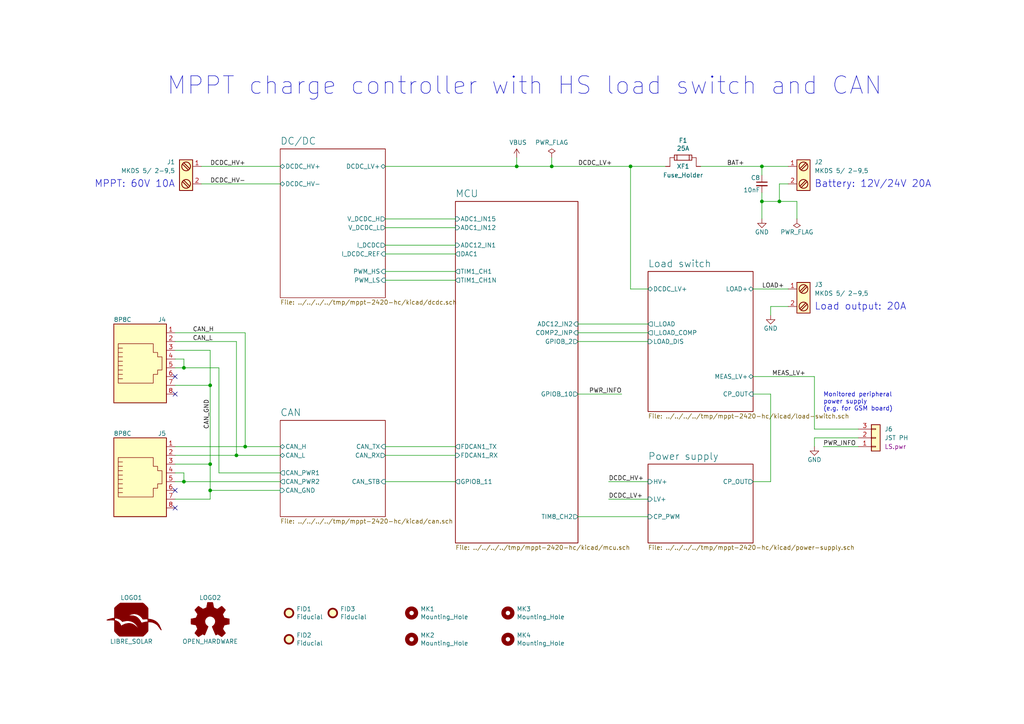
<source format=kicad_sch>
(kicad_sch (version 20230121) (generator eeschema)
  (paper "A4")
  (title_block (title "MPPT 2420 HC") (date "2021-01-06") (rev "0.2.3") (company "Copyright © 2020 Libre Solar Technologies GmbH") (comment 1 "Licensed under CERN-OHL-W version 2") (comment 2 "Author: Martin Jäger"))
  (lib_symbols
    (symbol "Connector:8P8C" (pin_names (offset 1.016))
      (property "Reference" "J" (at -5.08 13.97 0))
      (property "Value" "8P8C" (at 2.54 13.97 0))
      (symbol "8P8C_1_1"
        (pin passive line (at 10.16 -7.62 180) (length 2.54) (name "~") (number "1"))
        (pin passive line (at 10.16 -5.08 180) (length 2.54) (name "~") (number "2"))
        (pin passive line (at 10.16 -2.54 180) (length 2.54) (name "~") (number "3"))
        (pin passive line (at 10.16 0 180) (length 2.54) (name "~") (number "4"))
        (pin passive line (at 10.16 2.54 180) (length 2.54) (name "~") (number "5"))
        (pin passive line (at 10.16 5.08 180) (length 2.54) (name "~") (number "6"))
        (pin passive line (at 10.16 7.62 180) (length 2.54) (name "~") (number "7"))
        (pin passive line (at 10.16 10.16 180) (length 2.54) (name "~") (number "8"))
      )
    )
    (symbol "Connector_Generic:Conn_01x03" (pin_names (offset 1.016) hide)
      (property "Reference" "J" (at 0 5.08 0))
      (property "Value" "Conn_01x03" (at 0 -5.08 0))
      (symbol "Conn_01x03_1_1"
        (pin passive line (at -5.08 2.54 0) (length 3.81) (name "Pin_1") (number "1"))
        (pin passive line (at -5.08 0 0) (length 3.81) (name "Pin_2") (number "2"))
        (pin passive line (at -5.08 -2.54 0) (length 3.81) (name "Pin_3") (number "3"))
      )
    )
    (symbol "Graphic:Logo_Open_Hardware_Small" (in_bom no) (on_board no))
    (symbol "Mechanical:Fiducial"
      (property "Reference" "FID" (at 0 5.08 0))
      (property "Value" "Fiducial" (at 0 3.175 0))
    )
    (symbol "Mechanical:MountingHole" (pin_names (offset 1.016))
      (property "Reference" "H" (at 0 5.08 0))
      (property "Value" "MountingHole" (at 0 3.175 0))
    )
    (symbol "Project:C" (pin_numbers hide) (pin_names (offset 0.254) hide)
      (property "Reference" "C" (at 0.635 1.905 0))
      (property "Value" "C" (at 0.635 -1.905 0))
      (symbol "C_1_1"
        (pin passive line (at 0 2.54 270) (length 1.905) (name "~") (number "1"))
        (pin passive line (at 0 -2.54 90) (length 2.032) (name "~") (number "2"))
      )
    )
    (symbol "Project:LibreSolar_Logo" (pin_numbers hide) (pin_names (offset 1.016) hide)
      (property "Reference" "LOGO" (at 0 6.985 0))
      (property "Value" "LibreSolar_Logo" (at 0 -5.715 0))
    )
    (symbol "Project:Screw_Terminal_1x02" (pin_names (offset 0.762) hide)
      (property "Reference" "J" (at 0 6.35 0))
      (property "Value" "Screw_Terminal_1x02" (at -3.81 0 90))
      (symbol "Screw_Terminal_1x02_1_1"
        (pin passive line (at 5.08 2.54 180) (length 2.54) (name "~") (number "1"))
        (pin passive line (at 5.08 -2.54 180) (length 2.54) (name "~") (number "2"))
      )
    )
    (symbol "mppt-2420-hc-rescue:Fuse_Holder-LibreSolar" (pin_numbers hide) (pin_names (offset 0.254) hide)
      (property "Reference" "XF" (at 0 1.905 0))
      (property "Value" "LibreSolar_Fuse_Holder" (at 0 -1.905 0))
      (symbol "Fuse_Holder-LibreSolar_1_1"
        (pin passive line (at -5.08 0 0) (length 1.27) (name "~") (number "1"))
        (pin passive line (at 5.08 0 180) (length 1.27) (name "~") (number "2"))
      )
    )
    (symbol "mppt-2420-hc-rescue:Fuse_PlugIn-LibreSolar" (pin_numbers hide) (pin_names (offset 0.254) hide)
      (property "Reference" "F" (at 0 1.905 0))
      (property "Value" "LibreSolar_Fuse_PlugIn" (at 0 -1.905 0))
    )
    (symbol "power:GND" (power) (pin_names (offset 0))
      (property "Value" "GND" (at 0 -3.81 0))
      (symbol "GND_1_1"
        (pin power_in line (at 0 0 270) (length 0) hide (name "GND") (number "1"))
      )
    )
    (symbol "power:PWR_FLAG" (power) (pin_numbers hide) (pin_names (offset 0) hide)
      (property "Value" "PWR_FLAG" (at 0 3.81 0))
      (symbol "PWR_FLAG_0_0"
        (pin power_out line (at 0 0 90) (length 0) (name "pwr") (number "1"))
      )
    )
    (symbol "power:VBUS" (power) (pin_names (offset 0))
      (property "Value" "VBUS" (at 0 3.81 0))
      (symbol "VBUS_1_1"
        (pin power_in line (at 0 0 90) (length 0) hide (name "VBUS") (number "1"))
      )
    )
  )
  (junction (at 182.88 48.26))
  (junction (at 68.58 132.08))
  (junction (at 71.12 129.54))
  (junction (at 220.98 48.26))
  (junction (at 220.98 58.42))
  (junction (at 60.96 142.24))
  (junction (at 149.86 48.26))
  (junction (at 160.02 48.26))
  (junction (at 60.96 111.76))
  (junction (at 226.06 58.42))
  (junction (at 53.34 139.7))
  (junction (at 60.96 134.62))
  (junction (at 53.34 106.68))
  (no_connect (at 50.8 114.3))
  (no_connect (at 50.8 109.22))
  (no_connect (at 50.8 147.32))
  (no_connect (at 50.8 142.24))
  (wire (pts (xy 63.5 137.16) (xy 63.5 106.68)))
  (wire (pts (xy 71.12 129.54) (xy 71.12 96.52)))
  (wire (pts (xy 81.28 129.54) (xy 71.12 129.54)))
  (wire (pts (xy 182.88 83.82) (xy 187.96 83.82)))
  (wire (pts (xy 236.22 124.46) (xy 236.22 109.22)))
  (wire (pts (xy 218.44 83.82) (xy 228.6 83.82)))
  (wire (pts (xy 187.96 139.7) (xy 176.53 139.7)))
  (wire (pts (xy 228.6 48.26) (xy 220.98 48.26)))
  (wire (pts (xy 149.86 45.72) (xy 149.86 48.26)))
  (wire (pts (xy 111.76 71.12) (xy 132.08 71.12)))
  (wire (pts (xy 50.8 111.76) (xy 60.96 111.76)))
  (wire (pts (xy 231.14 63.5) (xy 231.14 58.42)))
  (wire (pts (xy 248.92 127) (xy 236.22 127)))
  (wire (pts (xy 50.8 104.14) (xy 53.34 104.14)))
  (wire (pts (xy 81.28 142.24) (xy 60.96 142.24)))
  (wire (pts (xy 132.08 81.28) (xy 111.76 81.28)))
  (wire (pts (xy 223.52 139.7) (xy 223.52 114.3)))
  (wire (pts (xy 111.76 129.54) (xy 132.08 129.54)))
  (wire (pts (xy 58.42 48.26) (xy 81.28 48.26)))
  (wire (pts (xy 132.08 63.5) (xy 111.76 63.5)))
  (wire (pts (xy 187.96 99.06) (xy 167.64 99.06)))
  (wire (pts (xy 187.96 96.52) (xy 167.64 96.52)))
  (wire (pts (xy 58.42 53.34) (xy 81.28 53.34)))
  (wire (pts (xy 228.6 88.9) (xy 223.52 88.9)))
  (wire (pts (xy 167.64 114.3) (xy 180.34 114.3)))
  (wire (pts (xy 50.8 137.16) (xy 53.34 137.16)))
  (wire (pts (xy 218.44 109.22) (xy 236.22 109.22)))
  (wire (pts (xy 81.28 137.16) (xy 63.5 137.16)))
  (wire (pts (xy 187.96 149.86) (xy 167.64 149.86)))
  (wire (pts (xy 111.76 139.7) (xy 132.08 139.7)))
  (wire (pts (xy 50.8 106.68) (xy 53.34 106.68)))
  (wire (pts (xy 50.8 101.6) (xy 60.96 101.6)))
  (wire (pts (xy 187.96 93.98) (xy 167.64 93.98)))
  (wire (pts (xy 68.58 99.06) (xy 68.58 132.08)))
  (wire (pts (xy 53.34 139.7) (xy 81.28 139.7)))
  (wire (pts (xy 220.98 55.88) (xy 220.98 58.42)))
  (wire (pts (xy 236.22 127) (xy 236.22 129.54)))
  (wire (pts (xy 60.96 142.24) (xy 60.96 144.78)))
  (wire (pts (xy 220.98 58.42) (xy 220.98 63.5)))
  (wire (pts (xy 60.96 111.76) (xy 60.96 101.6)))
  (wire (pts (xy 60.96 142.24) (xy 60.96 134.62)))
  (wire (pts (xy 53.34 137.16) (xy 53.34 139.7)))
  (wire (pts (xy 149.86 48.26) (xy 160.02 48.26)))
  (wire (pts (xy 111.76 78.74) (xy 132.08 78.74)))
  (wire (pts (xy 50.8 139.7) (xy 53.34 139.7)))
  (wire (pts (xy 60.96 134.62) (xy 60.96 111.76)))
  (wire (pts (xy 111.76 66.04) (xy 132.08 66.04)))
  (wire (pts (xy 132.08 73.66) (xy 111.76 73.66)))
  (wire (pts (xy 68.58 132.08) (xy 81.28 132.08)))
  (wire (pts (xy 111.76 48.26) (xy 149.86 48.26)))
  (wire (pts (xy 193.04 48.26) (xy 182.88 48.26)))
  (wire (pts (xy 226.06 58.42) (xy 220.98 58.42)))
  (wire (pts (xy 228.6 53.34) (xy 226.06 53.34)))
  (wire (pts (xy 236.22 124.46) (xy 248.92 124.46)))
  (wire (pts (xy 50.8 144.78) (xy 60.96 144.78)))
  (wire (pts (xy 50.8 99.06) (xy 68.58 99.06)))
  (wire (pts (xy 160.02 48.26) (xy 182.88 48.26)))
  (wire (pts (xy 182.88 48.26) (xy 182.88 83.82)))
  (wire (pts (xy 231.14 58.42) (xy 226.06 58.42)))
  (wire (pts (xy 53.34 106.68) (xy 63.5 106.68)))
  (wire (pts (xy 226.06 53.34) (xy 226.06 58.42)))
  (wire (pts (xy 50.8 132.08) (xy 68.58 132.08)))
  (wire (pts (xy 50.8 134.62) (xy 60.96 134.62)))
  (wire (pts (xy 50.8 129.54) (xy 71.12 129.54)))
  (wire (pts (xy 111.76 132.08) (xy 132.08 132.08)))
  (wire (pts (xy 248.92 129.54) (xy 238.76 129.54)))
  (wire (pts (xy 218.44 139.7) (xy 223.52 139.7)))
  (wire (pts (xy 223.52 88.9) (xy 223.52 91.44)))
  (wire (pts (xy 203.2 48.26) (xy 220.98 48.26)))
  (wire (pts (xy 53.34 104.14) (xy 53.34 106.68)))
  (wire (pts (xy 50.8 96.52) (xy 71.12 96.52)))
  (wire (pts (xy 223.52 114.3) (xy 218.44 114.3)))
  (wire (pts (xy 220.98 50.8) (xy 220.98 48.26)))
  (wire (pts (xy 187.96 144.78) (xy 176.53 144.78)))
  (wire (pts (xy 160.02 45.72) (xy 160.02 48.26)))
  (text "MPPT: 60V 10A" (at 50.8 54.61 0) (effects (font (size 2.032 2.032)) (justify right bottom)))
  (text "Monitored peripheral \npower supply\n(e.g. for GSM board)" (at 238.76 119.38 0) (effects (font (size 1.27 1.27)) (justify left bottom)))
  (text "MPPT charge controller with HS load switch and CAN" (at 48.26 27.94 0) (effects (font (size 5.08 5.08)) (justify left bottom)))
  (text "Load output: 20A" (at 236.22 90.17 0) (effects (font (size 2.032 2.032)) (justify left bottom)))
  (text "Battery: 12V/24V 20A" (at 236.22 54.61 0) (effects (font (size 2.032 2.032)) (justify left bottom)))
  (label "PWR_INFO" (at 180.34 114.3 180))
  (label "PWR_INFO" (at 238.76 129.54 0))
  (label "CAN_GND" (at 60.96 124.46 90))
  (label "DCDC_HV+" (at 176.53 139.7 0))
  (label "MEAS_LV+" (at 233.68 109.22 180))
  (label "DCDC_HV+" (at 60.96 48.26 0))
  (label "CAN_H" (at 55.88 96.52 0))
  (label "DCDC_LV+" (at 176.53 144.78 0))
  (label "LOAD+" (at 220.98 83.82 0))
  (label "DCDC_LV+" (at 167.64 48.26 0))
  (label "BAT+" (at 210.82 48.26 0))
  (label "DCDC_HV-" (at 60.96 53.34 0))
  (label "CAN_L" (at 55.88 99.06 0))
  (symbol (lib_id "Graphic:Logo_Open_Hardware_Small") (at 60.96 180.34 0) (unit 1)
    (property "Reference" "LOGO2" (at 60.96 173.355 0))
    (property "Value" "OPEN_HARDWARE" (at 60.96 186.055 0))
    (property "Footprint" "Symbol:OSHW-Logo_5.7x6mm_SilkScreen" (effects hide))
    (property "Config" "+info" (effects hide))
  )
  (symbol (lib_id "Project:LibreSolar_Logo") (at 38.1 180.34 0) (unit 1)
    (property "Reference" "LOGO1" (at 38.1 173.355 0))
    (property "Value" "LIBRE_SOLAR" (at 38.1 186.055 0))
    (property "Footprint" "LibreSolar:LIBRESOLAR_LOGO" (effects hide))
    (property "Config" "+info" (effects hide))
  )
  (symbol (lib_id "Mechanical:MountingHole") (at 119.38 177.8 0) (unit 1)
    (property "Reference" "MK1" (at 121.92 176.6316 0) (effects (justify left)))
    (property "Value" "Mounting_Hole" (at 121.92 178.943 0) (effects (justify left)))
    (property "Footprint" "MountingHole:MountingHole_3.2mm_M3" (effects hide))
    (property "Config" "+info" (effects hide))
  )
  (symbol (lib_id "Mechanical:MountingHole") (at 119.38 185.42 0) (unit 1)
    (property "Reference" "MK2" (at 121.92 184.2516 0) (effects (justify left)))
    (property "Value" "Mounting_Hole" (at 121.92 186.563 0) (effects (justify left)))
    (property "Footprint" "MountingHole:MountingHole_3.2mm_M3" (effects hide))
    (property "Config" "+info" (effects hide))
  )
  (symbol (lib_id "Mechanical:MountingHole") (at 147.32 177.8 0) (unit 1)
    (property "Reference" "MK3" (at 149.86 176.6316 0) (effects (justify left)))
    (property "Value" "Mounting_Hole" (at 149.86 178.943 0) (effects (justify left)))
    (property "Footprint" "MountingHole:MountingHole_3.2mm_M3" (effects hide))
    (property "Config" "+info" (effects hide))
  )
  (symbol (lib_id "Project:Screw_Terminal_1x02") (at 53.34 50.8 0) (unit 1)
    (property "Reference" "J1" (at 50.8 46.99 0) (effects (justify right)))
    (property "Value" "MKDS 5/ 2-9,5" (at 50.8 49.53 0) (effects (justify right)))
    (property "Footprint" "LibreSolar:Phoenix_Contact_MKDS_5-2-9,5" (effects hide))
    (property "Manufacturer" "Phoenix Contact" (effects hide))
    (property "PartNumber" "1714971" (effects hide))
    (property "Remarks" "Alternative: DECA MB910-952M" (effects hide))
  )
  (symbol (lib_id "Project:Screw_Terminal_1x02") (at 233.68 50.8 0) (mirror y) (unit 1)
    (property "Reference" "J2" (at 236.22 46.99 0) (effects (justify right)))
    (property "Value" "MKDS 5/ 2-9,5" (at 236.22 49.53 0) (effects (justify right)))
    (property "Footprint" "LibreSolar:Phoenix_Contact_MKDS_5-2-9,5" (effects hide))
    (property "Manufacturer" "Phoenix Contact" (effects hide))
    (property "PartNumber" "1714971" (effects hide))
    (property "Remarks" "Alternative: DECA MB910-952M" (effects hide))
  )
  (symbol (lib_id "Project:Screw_Terminal_1x02") (at 233.68 86.36 0) (mirror y) (unit 1)
    (property "Reference" "J3" (at 236.22 82.55 0) (effects (justify right)))
    (property "Value" "MKDS 5/ 2-9,5" (at 236.22 85.09 0) (effects (justify right)))
    (property "Footprint" "LibreSolar:Phoenix_Contact_MKDS_5-2-9,5" (effects hide))
    (property "Manufacturer" "Phoenix Contact" (effects hide))
    (property "PartNumber" "1714971" (effects hide))
    (property "Remarks" "Alternative: DECA MB910-952M" (effects hide))
  )
  (symbol (lib_id "power:GND") (at 236.22 129.54 0) (mirror y) (unit 1)
    (property "Reference" "#PWR05" (effects hide))
    (property "Value" "GND" (at 236.22 133.35 0))
  )
  (symbol (lib_id "Mechanical:Fiducial") (at 83.82 177.8 0) (unit 1)
    (property "Reference" "FID1" (at 85.979 176.6316 0) (effects (justify left)))
    (property "Value" "Fiducial" (at 85.979 178.943 0) (effects (justify left)))
    (property "Footprint" "LibreSolar:Fiducial_0.7mm" (effects hide))
    (property "Config" "+info" (effects hide))
  )
  (symbol (lib_id "Mechanical:Fiducial") (at 83.82 185.42 0) (unit 1)
    (property "Reference" "FID2" (at 85.979 184.2516 0) (effects (justify left)))
    (property "Value" "Fiducial" (at 85.979 186.563 0) (effects (justify left)))
    (property "Footprint" "LibreSolar:Fiducial_0.7mm" (effects hide))
    (property "Config" "+info" (effects hide))
  )
  (symbol (lib_id "Project:C") (at 220.98 53.34 0) (mirror y) (unit 1)
    (property "Reference" "C8" (at 220.472 51.562 0) (effects (justify left)))
    (property "Value" "10nF" (at 220.472 55.118 0) (effects (justify left)))
    (property "Footprint" "LibreSolar:C_0603_1608" (effects hide))
    (property "Manufacturer" "any" (effects hide))
    (property "Remarks" "100V, X7R" (effects hide))
  )
  (symbol (lib_id "mppt-2420-hc-rescue:Fuse_PlugIn-LibreSolar") (at 198.12 45.72 0) (unit 1)
    (property "Reference" "F1" (at 198.12 40.7416 0))
    (property "Value" "25A" (at 198.12 43.053 0))
    (property "Footprint" "LibreSolar:NULL" (effects hide))
    (property "Manufacturer" "Littelfuse" (effects hide))
    (property "PartNumber" "0287025.PXCN" (effects hide))
  )
  (symbol (lib_id "power:GND") (at 220.98 63.5 0) (unit 1)
    (property "Reference" "#PWR04" (effects hide))
    (property "Value" "GND" (at 220.98 67.31 0))
  )
  (symbol (lib_id "Mechanical:MountingHole") (at 147.32 185.42 0) (unit 1)
    (property "Reference" "MK4" (at 149.86 184.2516 0) (effects (justify left)))
    (property "Value" "Mounting_Hole" (at 149.86 186.563 0) (effects (justify left)))
    (property "Footprint" "MountingHole:MountingHole_3.2mm_M3" (effects hide))
    (property "Config" "+info" (effects hide))
  )
  (symbol (lib_id "Connector_Generic:Conn_01x03") (at 254 127 0) (mirror x) (unit 1)
    (property "Reference" "J6" (at 256.54 124.46 0) (effects (justify left)))
    (property "Value" "JST PH" (at 256.54 127 0) (effects (justify left)))
    (property "Footprint" "Connector_JST:JST_PH_B3B-PH-K_1x03_P2.00mm_Vertical" (effects hide))
    (property "Remarks" "LS.pwr" (at 256.54 129.54 0) (effects (justify left)))
    (property "Manufacturer" "JST" (effects hide))
    (property "PartNumber" "PH B3B-PH-K 1x3, pitch 2.0mm" (effects hide))
  )
  (symbol (lib_id "power:VBUS") (at 149.86 45.72 0) (unit 1)
    (property "Reference" "#PWR0116" (effects hide))
    (property "Value" "VBUS" (at 150.241 41.3258 0))
  )
  (symbol (lib_id "power:PWR_FLAG") (at 160.02 45.72 0) (unit 1)
    (property "Reference" "#FLG0102" (effects hide))
    (property "Value" "PWR_FLAG" (at 160.02 41.3258 0))
  )
  (symbol (lib_id "Connector:8P8C") (at 40.64 137.16 0) (mirror x) (unit 1)
    (property "Reference" "J5" (at 46.99 125.73 0))
    (property "Value" "8P8C" (at 35.56 125.73 0))
    (property "Footprint" "LibreSolar:RJ45_8P8C" (effects hide))
    (property "Config" "+can" (effects hide))
    (property "Manufacturer" "Amphenol FCI" (effects hide))
    (property "PartNumber" "54602-908LF" (effects hide))
  )
  (symbol (lib_id "Connector:8P8C") (at 40.64 104.14 0) (mirror x) (unit 1)
    (property "Reference" "J4" (at 46.99 92.71 0))
    (property "Value" "8P8C" (at 35.56 92.71 0))
    (property "Footprint" "LibreSolar:RJ45_8P8C" (effects hide))
    (property "Config" "+can" (effects hide))
    (property "Manufacturer" "Amphenol FCI" (effects hide))
    (property "PartNumber" "54602-908LF" (effects hide))
  )
  (symbol (lib_id "mppt-2420-hc-rescue:Fuse_Holder-LibreSolar") (at 198.12 48.26 0) (unit 1)
    (property "Reference" "XF1" (at 198.12 48.26 0))
    (property "Value" "Fuse_Holder" (at 198.12 50.8 0))
    (property "Footprint" "LibreSolar:Keystone-Fuse-3557-2" (effects hide))
    (property "Manufacturer" "Keystone" (effects hide))
    (property "PartNumber" "3557-2" (effects hide))
  )
  (symbol (lib_id "power:GND") (at 223.52 91.44 0) (unit 1)
    (property "Reference" "#PWR0114" (effects hide))
    (property "Value" "GND" (at 223.52 95.25 0))
  )
  (symbol (lib_id "power:PWR_FLAG") (at 231.14 63.5 180) (unit 1)
    (property "Reference" "#FLG0104" (effects hide))
    (property "Value" "PWR_FLAG" (at 231.14 67.31 0))
  )
  (symbol (lib_id "Mechanical:Fiducial") (at 96.52 177.8 0) (unit 1)
    (property "Reference" "FID3" (at 98.679 176.6316 0) (effects (justify left)))
    (property "Value" "Fiducial" (at 98.679 178.943 0) (effects (justify left)))
    (property "Footprint" "LibreSolar:Fiducial_0.7mm" (effects hide))
    (property "Config" "+info" (effects hide))
  )
  (sheet (at 81.28 43.18) (size 30.48 43.18)
    (property "Sheetname" "DC/DC" (at 81.28 42.0874 0) (effects (font (size 2.032 2.032)) (justify left bottom)))
    (property "Sheetfile" "../../../../tmp/mppt-2420-hc/kicad/dcdc.sch" (at 81.28 86.9446 0) (effects (justify left top)))
    (pin "V_DCDC_H" output (at 111.76 63.5 0))
    (pin "V_DCDC_L" output (at 111.76 66.04 0))
    (pin "I_DCDC" output (at 111.76 71.12 0))
    (pin "DCDC_HV+" bidirectional (at 81.28 48.26 180))
    (pin "DCDC_HV-" bidirectional (at 81.28 53.34 180))
    (pin "DCDC_LV+" bidirectional (at 111.76 48.26 0))
    (pin "PWM_HS" input (at 111.76 78.74 0))
    (pin "PWM_LS" input (at 111.76 81.28 0))
    (pin "I_DCDC_REF" input (at 111.76 73.66 0))
  )
  (sheet (at 132.08 58.42) (size 35.56 99.06)
    (property "Sheetname" "MCU" (at 132.08 57.3274 0) (effects (font (size 2.032 2.032)) (justify left bottom)))
    (property "Sheetfile" "../../../../tmp/mppt-2420-hc/kicad/mcu.sch" (at 132.08 158.0646 0) (effects (justify left top)))
    (pin "TIM1_CH1" output (at 132.08 78.74 180))
    (pin "TIM1_CH1N" output (at 132.08 81.28 180))
    (pin "DAC1" output (at 132.08 73.66 180))
    (pin "ADC1_IN15" input (at 132.08 63.5 180))
    (pin "ADC1_IN12" input (at 132.08 66.04 180))
    (pin "FDCAN1_RX" input (at 132.08 132.08 180))
    (pin "FDCAN1_TX" output (at 132.08 129.54 180))
    (pin "TIM8_CH2" output (at 167.64 149.86 0))
    (pin "COMP2_INP" input (at 167.64 96.52 0))
    (pin "GPIOB_11" output (at 132.08 139.7 180))
    (pin "GPIOB_2" output (at 167.64 99.06 0))
    (pin "GPIOB_10" output (at 167.64 114.3 0))
    (pin "ADC12_IN1" input (at 132.08 71.12 180))
    (pin "ADC12_IN2" input (at 167.64 93.98 0))
  )
  (sheet (at 187.96 134.62) (size 30.48 22.86)
    (property "Sheetname" "Power supply" (at 187.96 133.5274 0) (effects (font (size 2.032 2.032)) (justify left bottom)))
    (property "Sheetfile" "../../../../tmp/mppt-2420-hc/kicad/power-supply.sch" (at 187.96 158.0646 0) (effects (justify left top)))
    (pin "LV+" input (at 187.96 144.78 180))
    (pin "HV+" input (at 187.96 139.7 180))
    (pin "CP_PWM" input (at 187.96 149.86 180))
    (pin "CP_OUT" output (at 218.44 139.7 0))
  )
  (sheet (at 187.96 78.74) (size 30.48 40.64)
    (property "Sheetname" "Load switch" (at 187.96 77.6474 0) (effects (font (size 2.032 2.032)) (justify left bottom)))
    (property "Sheetfile" "../../../../tmp/mppt-2420-hc/kicad/load-switch.sch" (at 187.96 119.9646 0) (effects (justify left top)))
    (pin "LOAD+" bidirectional (at 218.44 83.82 0))
    (pin "LOAD_DIS" input (at 187.96 99.06 180))
    (pin "I_LOAD" output (at 187.96 93.98 180))
    (pin "I_LOAD_COMP" output (at 187.96 96.52 180))
    (pin "DCDC_LV+" bidirectional (at 187.96 83.82 180))
    (pin "CP_OUT" input (at 218.44 114.3 0))
    (pin "MEAS_LV+" bidirectional (at 218.44 109.22 0))
  )
  (sheet (at 81.28 121.92) (size 30.48 27.94)
    (property "Sheetname" "CAN" (at 81.28 120.8274 0) (effects (font (size 2.032 2.032)) (justify left bottom)))
    (property "Sheetfile" "../../../../tmp/mppt-2420-hc/kicad/can.sch" (at 81.28 150.4446 0) (effects (justify left top)))
    (pin "CAN_TX" input (at 111.76 129.54 0))
    (pin "CAN_RX" output (at 111.76 132.08 0))
    (pin "CAN_STB" input (at 111.76 139.7 0))
    (pin "CAN_PWR1" output (at 81.28 137.16 180))
    (pin "CAN_PWR2" output (at 81.28 139.7 180))
    (pin "CAN_GND" input (at 81.28 142.24 180))
    (pin "CAN_H" bidirectional (at 81.28 129.54 180))
    (pin "CAN_L" bidirectional (at 81.28 132.08 180))
  )
)
</source>
